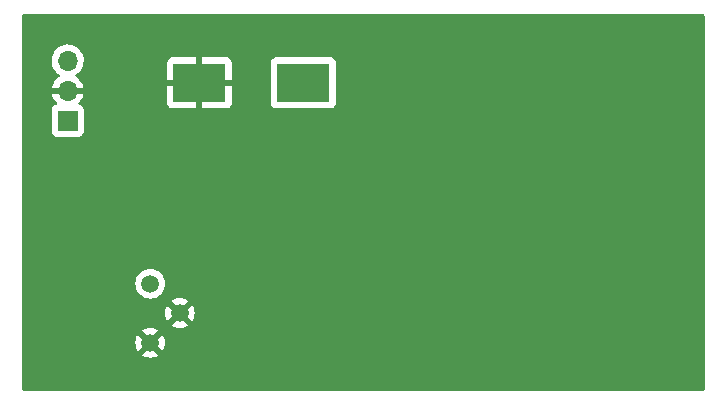
<source format=gbl>
G04 #@! TF.GenerationSoftware,KiCad,Pcbnew,(6.0.1)*
G04 #@! TF.CreationDate,2022-04-24T16:37:43-07:00*
G04 #@! TF.ProjectId,Regulator_5V,52656775-6c61-4746-9f72-5f35562e6b69,rev?*
G04 #@! TF.SameCoordinates,Original*
G04 #@! TF.FileFunction,Copper,L2,Bot*
G04 #@! TF.FilePolarity,Positive*
%FSLAX46Y46*%
G04 Gerber Fmt 4.6, Leading zero omitted, Abs format (unit mm)*
G04 Created by KiCad (PCBNEW (6.0.1)) date 2022-04-24 16:37:43*
%MOMM*%
%LPD*%
G01*
G04 APERTURE LIST*
G04 #@! TA.AperFunction,ComponentPad*
%ADD10R,4.500000X3.300000*%
G04 #@! TD*
G04 #@! TA.AperFunction,ComponentPad*
%ADD11C,1.498600*%
G04 #@! TD*
G04 #@! TA.AperFunction,ComponentPad*
%ADD12R,1.700000X1.700000*%
G04 #@! TD*
G04 #@! TA.AperFunction,ComponentPad*
%ADD13O,1.700000X1.700000*%
G04 #@! TD*
G04 #@! TA.AperFunction,ViaPad*
%ADD14C,0.800000*%
G04 #@! TD*
G04 APERTURE END LIST*
D10*
X152228000Y-78232000D03*
X143428000Y-78232000D03*
D11*
X139258500Y-95231500D03*
X141758500Y-97731500D03*
X139258500Y-100231500D03*
D12*
X132275000Y-81425000D03*
D13*
X132275000Y-78885000D03*
X132275000Y-76345000D03*
D14*
X157730000Y-78030000D03*
X156200000Y-89300000D03*
X153400000Y-97100000D03*
X150300000Y-85200000D03*
X147600000Y-92700000D03*
X133400000Y-89600000D03*
X172500000Y-87500000D03*
G04 #@! TA.AperFunction,Conductor*
G36*
X186142121Y-72428002D02*
G01*
X186188614Y-72481658D01*
X186200000Y-72534000D01*
X186200000Y-104166000D01*
X186179998Y-104234121D01*
X186126342Y-104280614D01*
X186074000Y-104292000D01*
X128534000Y-104292000D01*
X128465879Y-104271998D01*
X128419386Y-104218342D01*
X128408000Y-104166000D01*
X128408000Y-101281159D01*
X138573396Y-101281159D01*
X138582692Y-101293174D01*
X138622940Y-101321356D01*
X138632435Y-101326839D01*
X138821853Y-101415166D01*
X138832145Y-101418912D01*
X139034023Y-101473005D01*
X139044818Y-101474908D01*
X139253025Y-101493124D01*
X139263975Y-101493124D01*
X139472182Y-101474908D01*
X139482977Y-101473005D01*
X139684855Y-101418912D01*
X139695147Y-101415166D01*
X139884565Y-101326839D01*
X139894060Y-101321356D01*
X139935146Y-101292587D01*
X139943521Y-101282110D01*
X139936453Y-101268663D01*
X139271312Y-100603522D01*
X139257368Y-100595908D01*
X139255535Y-100596039D01*
X139248920Y-100600290D01*
X138579826Y-101269384D01*
X138573396Y-101281159D01*
X128408000Y-101281159D01*
X128408000Y-100236975D01*
X137996876Y-100236975D01*
X138015092Y-100445182D01*
X138016995Y-100455977D01*
X138071088Y-100657855D01*
X138074834Y-100668147D01*
X138163161Y-100857564D01*
X138168644Y-100867060D01*
X138197413Y-100908146D01*
X138207890Y-100916521D01*
X138221338Y-100909452D01*
X138886478Y-100244312D01*
X138892856Y-100232632D01*
X139622908Y-100232632D01*
X139623039Y-100234465D01*
X139627290Y-100241080D01*
X140296384Y-100910174D01*
X140308159Y-100916604D01*
X140320174Y-100907308D01*
X140348356Y-100867060D01*
X140353839Y-100857564D01*
X140442166Y-100668147D01*
X140445912Y-100657855D01*
X140500005Y-100455977D01*
X140501908Y-100445182D01*
X140520124Y-100236975D01*
X140520124Y-100226025D01*
X140501908Y-100017818D01*
X140500005Y-100007023D01*
X140445912Y-99805145D01*
X140442166Y-99794853D01*
X140353839Y-99605436D01*
X140348356Y-99595940D01*
X140319587Y-99554854D01*
X140309110Y-99546479D01*
X140295662Y-99553548D01*
X139630522Y-100218688D01*
X139622908Y-100232632D01*
X138892856Y-100232632D01*
X138894092Y-100230368D01*
X138893961Y-100228535D01*
X138889710Y-100221920D01*
X138220616Y-99552826D01*
X138208841Y-99546396D01*
X138196826Y-99555692D01*
X138168644Y-99595940D01*
X138163161Y-99605436D01*
X138074834Y-99794853D01*
X138071088Y-99805145D01*
X138016995Y-100007023D01*
X138015092Y-100017818D01*
X137996876Y-100226025D01*
X137996876Y-100236975D01*
X128408000Y-100236975D01*
X128408000Y-99180890D01*
X138573479Y-99180890D01*
X138580548Y-99194338D01*
X139245688Y-99859478D01*
X139259632Y-99867092D01*
X139261465Y-99866961D01*
X139268080Y-99862710D01*
X139937174Y-99193616D01*
X139943604Y-99181841D01*
X139934308Y-99169826D01*
X139894060Y-99141644D01*
X139884565Y-99136161D01*
X139695147Y-99047834D01*
X139684855Y-99044088D01*
X139482977Y-98989995D01*
X139472182Y-98988092D01*
X139263975Y-98969876D01*
X139253025Y-98969876D01*
X139044818Y-98988092D01*
X139034023Y-98989995D01*
X138832145Y-99044088D01*
X138821853Y-99047834D01*
X138632436Y-99136161D01*
X138622940Y-99141644D01*
X138581854Y-99170413D01*
X138573479Y-99180890D01*
X128408000Y-99180890D01*
X128408000Y-98781159D01*
X141073396Y-98781159D01*
X141082692Y-98793174D01*
X141122940Y-98821356D01*
X141132435Y-98826839D01*
X141321853Y-98915166D01*
X141332145Y-98918912D01*
X141534023Y-98973005D01*
X141544818Y-98974908D01*
X141753025Y-98993124D01*
X141763975Y-98993124D01*
X141972182Y-98974908D01*
X141982977Y-98973005D01*
X142184855Y-98918912D01*
X142195147Y-98915166D01*
X142384565Y-98826839D01*
X142394060Y-98821356D01*
X142435146Y-98792587D01*
X142443521Y-98782110D01*
X142436453Y-98768663D01*
X141771312Y-98103522D01*
X141757368Y-98095908D01*
X141755535Y-98096039D01*
X141748920Y-98100290D01*
X141079826Y-98769384D01*
X141073396Y-98781159D01*
X128408000Y-98781159D01*
X128408000Y-97736975D01*
X140496876Y-97736975D01*
X140515092Y-97945182D01*
X140516995Y-97955977D01*
X140571088Y-98157855D01*
X140574834Y-98168147D01*
X140663161Y-98357564D01*
X140668644Y-98367060D01*
X140697413Y-98408146D01*
X140707890Y-98416521D01*
X140721338Y-98409452D01*
X141386478Y-97744312D01*
X141392856Y-97732632D01*
X142122908Y-97732632D01*
X142123039Y-97734465D01*
X142127290Y-97741080D01*
X142796384Y-98410174D01*
X142808159Y-98416604D01*
X142820174Y-98407308D01*
X142848356Y-98367060D01*
X142853839Y-98357564D01*
X142942166Y-98168147D01*
X142945912Y-98157855D01*
X143000005Y-97955977D01*
X143001908Y-97945182D01*
X143020124Y-97736975D01*
X143020124Y-97726025D01*
X143001908Y-97517818D01*
X143000005Y-97507023D01*
X142945912Y-97305145D01*
X142942166Y-97294853D01*
X142853839Y-97105436D01*
X142848356Y-97095940D01*
X142819587Y-97054854D01*
X142809110Y-97046479D01*
X142795662Y-97053548D01*
X142130522Y-97718688D01*
X142122908Y-97732632D01*
X141392856Y-97732632D01*
X141394092Y-97730368D01*
X141393961Y-97728535D01*
X141389710Y-97721920D01*
X140720616Y-97052826D01*
X140708841Y-97046396D01*
X140696826Y-97055692D01*
X140668644Y-97095940D01*
X140663161Y-97105436D01*
X140574834Y-97294853D01*
X140571088Y-97305145D01*
X140516995Y-97507023D01*
X140515092Y-97517818D01*
X140496876Y-97726025D01*
X140496876Y-97736975D01*
X128408000Y-97736975D01*
X128408000Y-96680890D01*
X141073479Y-96680890D01*
X141080548Y-96694338D01*
X141745688Y-97359478D01*
X141759632Y-97367092D01*
X141761465Y-97366961D01*
X141768080Y-97362710D01*
X142437174Y-96693616D01*
X142443604Y-96681841D01*
X142434308Y-96669826D01*
X142394060Y-96641644D01*
X142384565Y-96636161D01*
X142195147Y-96547834D01*
X142184855Y-96544088D01*
X141982977Y-96489995D01*
X141972182Y-96488092D01*
X141763975Y-96469876D01*
X141753025Y-96469876D01*
X141544818Y-96488092D01*
X141534023Y-96489995D01*
X141332145Y-96544088D01*
X141321853Y-96547834D01*
X141132436Y-96636161D01*
X141122940Y-96641644D01*
X141081854Y-96670413D01*
X141073479Y-96680890D01*
X128408000Y-96680890D01*
X128408000Y-95231500D01*
X137995895Y-95231500D01*
X138015077Y-95450749D01*
X138072039Y-95663336D01*
X138165052Y-95862802D01*
X138291288Y-96043087D01*
X138446913Y-96198712D01*
X138451421Y-96201869D01*
X138451424Y-96201871D01*
X138622688Y-96321791D01*
X138627197Y-96324948D01*
X138632179Y-96327271D01*
X138632184Y-96327274D01*
X138821682Y-96415638D01*
X138826664Y-96417961D01*
X138831972Y-96419383D01*
X138831974Y-96419384D01*
X139033936Y-96473499D01*
X139033937Y-96473499D01*
X139039251Y-96474923D01*
X139258500Y-96494105D01*
X139477749Y-96474923D01*
X139483063Y-96473499D01*
X139483064Y-96473499D01*
X139685026Y-96419384D01*
X139685028Y-96419383D01*
X139690336Y-96417961D01*
X139695318Y-96415638D01*
X139884816Y-96327274D01*
X139884821Y-96327271D01*
X139889803Y-96324948D01*
X139894312Y-96321791D01*
X140065576Y-96201871D01*
X140065579Y-96201869D01*
X140070087Y-96198712D01*
X140225712Y-96043087D01*
X140351948Y-95862802D01*
X140444961Y-95663336D01*
X140501923Y-95450749D01*
X140521105Y-95231500D01*
X140501923Y-95012251D01*
X140444961Y-94799664D01*
X140351948Y-94600198D01*
X140225712Y-94419913D01*
X140070087Y-94264288D01*
X140065579Y-94261131D01*
X140065576Y-94261129D01*
X139894312Y-94141209D01*
X139894309Y-94141207D01*
X139889803Y-94138052D01*
X139884821Y-94135729D01*
X139884816Y-94135726D01*
X139695318Y-94047362D01*
X139695317Y-94047361D01*
X139690336Y-94045039D01*
X139685028Y-94043617D01*
X139685026Y-94043616D01*
X139483064Y-93989501D01*
X139483063Y-93989501D01*
X139477749Y-93988077D01*
X139258500Y-93968895D01*
X139039251Y-93988077D01*
X139033937Y-93989501D01*
X139033936Y-93989501D01*
X138831974Y-94043616D01*
X138831972Y-94043617D01*
X138826664Y-94045039D01*
X138821684Y-94047361D01*
X138821682Y-94047362D01*
X138632179Y-94135729D01*
X138632176Y-94135731D01*
X138627198Y-94138052D01*
X138446913Y-94264288D01*
X138291288Y-94419913D01*
X138165052Y-94600198D01*
X138072039Y-94799664D01*
X138015077Y-95012251D01*
X137995895Y-95231500D01*
X128408000Y-95231500D01*
X128408000Y-82323134D01*
X130916500Y-82323134D01*
X130923255Y-82385316D01*
X130974385Y-82521705D01*
X131061739Y-82638261D01*
X131178295Y-82725615D01*
X131314684Y-82776745D01*
X131376866Y-82783500D01*
X133173134Y-82783500D01*
X133235316Y-82776745D01*
X133371705Y-82725615D01*
X133488261Y-82638261D01*
X133575615Y-82521705D01*
X133626745Y-82385316D01*
X133633500Y-82323134D01*
X133633500Y-80526866D01*
X133626745Y-80464684D01*
X133575615Y-80328295D01*
X133488261Y-80211739D01*
X133371705Y-80124385D01*
X133252687Y-80079767D01*
X133195923Y-80037125D01*
X133171223Y-79970564D01*
X133180848Y-79926669D01*
X140670001Y-79926669D01*
X140670371Y-79933490D01*
X140675895Y-79984352D01*
X140679521Y-79999604D01*
X140724676Y-80120054D01*
X140733214Y-80135649D01*
X140809715Y-80237724D01*
X140822276Y-80250285D01*
X140924351Y-80326786D01*
X140939946Y-80335324D01*
X141060394Y-80380478D01*
X141075649Y-80384105D01*
X141126514Y-80389631D01*
X141133328Y-80390000D01*
X143155885Y-80390000D01*
X143171124Y-80385525D01*
X143172329Y-80384135D01*
X143174000Y-80376452D01*
X143174000Y-80371884D01*
X143682000Y-80371884D01*
X143686475Y-80387123D01*
X143687865Y-80388328D01*
X143695548Y-80389999D01*
X145722669Y-80389999D01*
X145729490Y-80389629D01*
X145780352Y-80384105D01*
X145795604Y-80380479D01*
X145916054Y-80335324D01*
X145931649Y-80326786D01*
X146033724Y-80250285D01*
X146046285Y-80237724D01*
X146122786Y-80135649D01*
X146131324Y-80120054D01*
X146176478Y-79999606D01*
X146180105Y-79984351D01*
X146185631Y-79933486D01*
X146185813Y-79930134D01*
X149469500Y-79930134D01*
X149476255Y-79992316D01*
X149527385Y-80128705D01*
X149614739Y-80245261D01*
X149731295Y-80332615D01*
X149867684Y-80383745D01*
X149929866Y-80390500D01*
X154526134Y-80390500D01*
X154588316Y-80383745D01*
X154724705Y-80332615D01*
X154841261Y-80245261D01*
X154928615Y-80128705D01*
X154979745Y-79992316D01*
X154986500Y-79930134D01*
X154986500Y-76533866D01*
X154979745Y-76471684D01*
X154928615Y-76335295D01*
X154841261Y-76218739D01*
X154724705Y-76131385D01*
X154588316Y-76080255D01*
X154526134Y-76073500D01*
X149929866Y-76073500D01*
X149867684Y-76080255D01*
X149731295Y-76131385D01*
X149614739Y-76218739D01*
X149527385Y-76335295D01*
X149476255Y-76471684D01*
X149469500Y-76533866D01*
X149469500Y-79930134D01*
X146185813Y-79930134D01*
X146186000Y-79926672D01*
X146186000Y-78504115D01*
X146181525Y-78488876D01*
X146180135Y-78487671D01*
X146172452Y-78486000D01*
X143700115Y-78486000D01*
X143684876Y-78490475D01*
X143683671Y-78491865D01*
X143682000Y-78499548D01*
X143682000Y-80371884D01*
X143174000Y-80371884D01*
X143174000Y-78504115D01*
X143169525Y-78488876D01*
X143168135Y-78487671D01*
X143160452Y-78486000D01*
X140688116Y-78486000D01*
X140672877Y-78490475D01*
X140671672Y-78491865D01*
X140670001Y-78499548D01*
X140670001Y-79926669D01*
X133180848Y-79926669D01*
X133186430Y-79901215D01*
X133207977Y-79872535D01*
X133309052Y-79771812D01*
X133315730Y-79763965D01*
X133440003Y-79591020D01*
X133445313Y-79582183D01*
X133539670Y-79391267D01*
X133543469Y-79381672D01*
X133605377Y-79177910D01*
X133607555Y-79167837D01*
X133608986Y-79156962D01*
X133606775Y-79142778D01*
X133593617Y-79139000D01*
X130958225Y-79139000D01*
X130944694Y-79142973D01*
X130943257Y-79152966D01*
X130973565Y-79287446D01*
X130976645Y-79297275D01*
X131056770Y-79494603D01*
X131061413Y-79503794D01*
X131172694Y-79685388D01*
X131178777Y-79693699D01*
X131318213Y-79854667D01*
X131325577Y-79861879D01*
X131330522Y-79865985D01*
X131370156Y-79924889D01*
X131371653Y-79995870D01*
X131334537Y-80056392D01*
X131294264Y-80080910D01*
X131186705Y-80121232D01*
X131186704Y-80121233D01*
X131178295Y-80124385D01*
X131061739Y-80211739D01*
X130974385Y-80328295D01*
X130923255Y-80464684D01*
X130916500Y-80526866D01*
X130916500Y-82323134D01*
X128408000Y-82323134D01*
X128408000Y-76311695D01*
X130912251Y-76311695D01*
X130912548Y-76316848D01*
X130912548Y-76316851D01*
X130921476Y-76471684D01*
X130925110Y-76534715D01*
X130926247Y-76539761D01*
X130926248Y-76539767D01*
X130946119Y-76627939D01*
X130974222Y-76752639D01*
X131058266Y-76959616D01*
X131174987Y-77150088D01*
X131321250Y-77318938D01*
X131493126Y-77461632D01*
X131566955Y-77504774D01*
X131615679Y-77556412D01*
X131628750Y-77626195D01*
X131602019Y-77691967D01*
X131561562Y-77725327D01*
X131553457Y-77729546D01*
X131544738Y-77735036D01*
X131374433Y-77862905D01*
X131366726Y-77869748D01*
X131219590Y-78023717D01*
X131213104Y-78031727D01*
X131093098Y-78207649D01*
X131088000Y-78216623D01*
X130998338Y-78409783D01*
X130994775Y-78419470D01*
X130939389Y-78619183D01*
X130940912Y-78627607D01*
X130953292Y-78631000D01*
X133593344Y-78631000D01*
X133606875Y-78627027D01*
X133608180Y-78617947D01*
X133566214Y-78450875D01*
X133562894Y-78441124D01*
X133477972Y-78245814D01*
X133473105Y-78236739D01*
X133357426Y-78057926D01*
X133351136Y-78049757D01*
X133269358Y-77959885D01*
X140670000Y-77959885D01*
X140674475Y-77975124D01*
X140675865Y-77976329D01*
X140683548Y-77978000D01*
X143155885Y-77978000D01*
X143171124Y-77973525D01*
X143172329Y-77972135D01*
X143174000Y-77964452D01*
X143174000Y-77959885D01*
X143682000Y-77959885D01*
X143686475Y-77975124D01*
X143687865Y-77976329D01*
X143695548Y-77978000D01*
X146167884Y-77978000D01*
X146183123Y-77973525D01*
X146184328Y-77972135D01*
X146185999Y-77964452D01*
X146185999Y-76537331D01*
X146185629Y-76530510D01*
X146180105Y-76479648D01*
X146176479Y-76464396D01*
X146131324Y-76343946D01*
X146122786Y-76328351D01*
X146046285Y-76226276D01*
X146033724Y-76213715D01*
X145931649Y-76137214D01*
X145916054Y-76128676D01*
X145795606Y-76083522D01*
X145780351Y-76079895D01*
X145729486Y-76074369D01*
X145722672Y-76074000D01*
X143700115Y-76074000D01*
X143684876Y-76078475D01*
X143683671Y-76079865D01*
X143682000Y-76087548D01*
X143682000Y-77959885D01*
X143174000Y-77959885D01*
X143174000Y-76092116D01*
X143169525Y-76076877D01*
X143168135Y-76075672D01*
X143160452Y-76074001D01*
X141133331Y-76074001D01*
X141126510Y-76074371D01*
X141075648Y-76079895D01*
X141060396Y-76083521D01*
X140939946Y-76128676D01*
X140924351Y-76137214D01*
X140822276Y-76213715D01*
X140809715Y-76226276D01*
X140733214Y-76328351D01*
X140724676Y-76343946D01*
X140679522Y-76464394D01*
X140675895Y-76479649D01*
X140670369Y-76530514D01*
X140670000Y-76537328D01*
X140670000Y-77959885D01*
X133269358Y-77959885D01*
X133207806Y-77892240D01*
X133200273Y-77885215D01*
X133033139Y-77753222D01*
X133024556Y-77747520D01*
X132987602Y-77727120D01*
X132937631Y-77676687D01*
X132922859Y-77607245D01*
X132947975Y-77540839D01*
X132975327Y-77514232D01*
X132998797Y-77497491D01*
X133154860Y-77386173D01*
X133313096Y-77228489D01*
X133372594Y-77145689D01*
X133440435Y-77051277D01*
X133443453Y-77047077D01*
X133542430Y-76846811D01*
X133607370Y-76633069D01*
X133636529Y-76411590D01*
X133638156Y-76345000D01*
X133619852Y-76122361D01*
X133565431Y-75905702D01*
X133476354Y-75700840D01*
X133355014Y-75513277D01*
X133204670Y-75348051D01*
X133200619Y-75344852D01*
X133200615Y-75344848D01*
X133033414Y-75212800D01*
X133033410Y-75212798D01*
X133029359Y-75209598D01*
X132833789Y-75101638D01*
X132828920Y-75099914D01*
X132828916Y-75099912D01*
X132628087Y-75028795D01*
X132628083Y-75028794D01*
X132623212Y-75027069D01*
X132618119Y-75026162D01*
X132618116Y-75026161D01*
X132408373Y-74988800D01*
X132408367Y-74988799D01*
X132403284Y-74987894D01*
X132329452Y-74986992D01*
X132185081Y-74985228D01*
X132185079Y-74985228D01*
X132179911Y-74985165D01*
X131959091Y-75018955D01*
X131746756Y-75088357D01*
X131548607Y-75191507D01*
X131544474Y-75194610D01*
X131544471Y-75194612D01*
X131520247Y-75212800D01*
X131369965Y-75325635D01*
X131215629Y-75487138D01*
X131089743Y-75671680D01*
X130995688Y-75874305D01*
X130935989Y-76089570D01*
X130912251Y-76311695D01*
X128408000Y-76311695D01*
X128408000Y-72534000D01*
X128428002Y-72465879D01*
X128481658Y-72419386D01*
X128534000Y-72408000D01*
X186074000Y-72408000D01*
X186142121Y-72428002D01*
G37*
G04 #@! TD.AperFunction*
M02*

</source>
